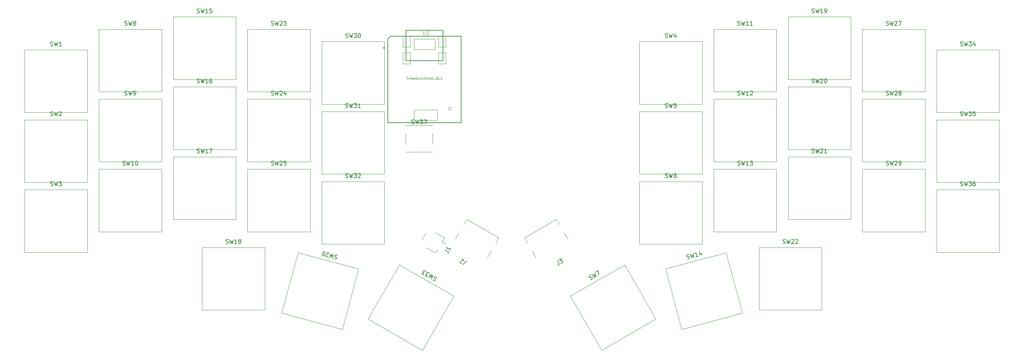
<source format=gbr>
%TF.GenerationSoftware,KiCad,Pcbnew,(6.0.8-1)-1*%
%TF.CreationDate,2022-11-15T13:56:25-05:00*%
%TF.ProjectId,kb2,6b62322e-6b69-4636-9164-5f7063625858,rev?*%
%TF.SameCoordinates,Original*%
%TF.FileFunction,Legend,Top*%
%TF.FilePolarity,Positive*%
%FSLAX46Y46*%
G04 Gerber Fmt 4.6, Leading zero omitted, Abs format (unit mm)*
G04 Created by KiCad (PCBNEW (6.0.8-1)-1) date 2022-11-15 13:56:25*
%MOMM*%
%LPD*%
G01*
G04 APERTURE LIST*
%ADD10C,0.150000*%
%ADD11C,0.101600*%
%ADD12C,0.076200*%
%ADD13C,0.120000*%
%ADD14C,0.066040*%
%ADD15C,0.127000*%
%ADD16C,0.254000*%
G04 APERTURE END LIST*
D10*
%TO.C,*%
%TO.C,SW13*%
X210190476Y-90404761D02*
X210333333Y-90452380D01*
X210571428Y-90452380D01*
X210666666Y-90404761D01*
X210714285Y-90357142D01*
X210761904Y-90261904D01*
X210761904Y-90166666D01*
X210714285Y-90071428D01*
X210666666Y-90023809D01*
X210571428Y-89976190D01*
X210380952Y-89928571D01*
X210285714Y-89880952D01*
X210238095Y-89833333D01*
X210190476Y-89738095D01*
X210190476Y-89642857D01*
X210238095Y-89547619D01*
X210285714Y-89500000D01*
X210380952Y-89452380D01*
X210619047Y-89452380D01*
X210761904Y-89500000D01*
X211095238Y-89452380D02*
X211333333Y-90452380D01*
X211523809Y-89738095D01*
X211714285Y-90452380D01*
X211952380Y-89452380D01*
X212857142Y-90452380D02*
X212285714Y-90452380D01*
X212571428Y-90452380D02*
X212571428Y-89452380D01*
X212476190Y-89595238D01*
X212380952Y-89690476D01*
X212285714Y-89738095D01*
X213190476Y-89452380D02*
X213809523Y-89452380D01*
X213476190Y-89833333D01*
X213619047Y-89833333D01*
X213714285Y-89880952D01*
X213761904Y-89928571D01*
X213809523Y-90023809D01*
X213809523Y-90261904D01*
X213761904Y-90357142D01*
X213714285Y-90404761D01*
X213619047Y-90452380D01*
X213333333Y-90452380D01*
X213238095Y-90404761D01*
X213190476Y-90357142D01*
%TO.C,SW25*%
X97190476Y-90404761D02*
X97333333Y-90452380D01*
X97571428Y-90452380D01*
X97666666Y-90404761D01*
X97714285Y-90357142D01*
X97761904Y-90261904D01*
X97761904Y-90166666D01*
X97714285Y-90071428D01*
X97666666Y-90023809D01*
X97571428Y-89976190D01*
X97380952Y-89928571D01*
X97285714Y-89880952D01*
X97238095Y-89833333D01*
X97190476Y-89738095D01*
X97190476Y-89642857D01*
X97238095Y-89547619D01*
X97285714Y-89500000D01*
X97380952Y-89452380D01*
X97619047Y-89452380D01*
X97761904Y-89500000D01*
X98095238Y-89452380D02*
X98333333Y-90452380D01*
X98523809Y-89738095D01*
X98714285Y-90452380D01*
X98952380Y-89452380D01*
X99285714Y-89547619D02*
X99333333Y-89500000D01*
X99428571Y-89452380D01*
X99666666Y-89452380D01*
X99761904Y-89500000D01*
X99809523Y-89547619D01*
X99857142Y-89642857D01*
X99857142Y-89738095D01*
X99809523Y-89880952D01*
X99238095Y-90452380D01*
X99857142Y-90452380D01*
X100761904Y-89452380D02*
X100285714Y-89452380D01*
X100238095Y-89928571D01*
X100285714Y-89880952D01*
X100380952Y-89833333D01*
X100619047Y-89833333D01*
X100714285Y-89880952D01*
X100761904Y-89928571D01*
X100809523Y-90023809D01*
X100809523Y-90261904D01*
X100761904Y-90357142D01*
X100714285Y-90404761D01*
X100619047Y-90452380D01*
X100380952Y-90452380D01*
X100285714Y-90404761D01*
X100238095Y-90357142D01*
%TO.C,SW17*%
X79190476Y-87404761D02*
X79333333Y-87452380D01*
X79571428Y-87452380D01*
X79666666Y-87404761D01*
X79714285Y-87357142D01*
X79761904Y-87261904D01*
X79761904Y-87166666D01*
X79714285Y-87071428D01*
X79666666Y-87023809D01*
X79571428Y-86976190D01*
X79380952Y-86928571D01*
X79285714Y-86880952D01*
X79238095Y-86833333D01*
X79190476Y-86738095D01*
X79190476Y-86642857D01*
X79238095Y-86547619D01*
X79285714Y-86500000D01*
X79380952Y-86452380D01*
X79619047Y-86452380D01*
X79761904Y-86500000D01*
X80095238Y-86452380D02*
X80333333Y-87452380D01*
X80523809Y-86738095D01*
X80714285Y-87452380D01*
X80952380Y-86452380D01*
X81857142Y-87452380D02*
X81285714Y-87452380D01*
X81571428Y-87452380D02*
X81571428Y-86452380D01*
X81476190Y-86595238D01*
X81380952Y-86690476D01*
X81285714Y-86738095D01*
X82190476Y-86452380D02*
X82857142Y-86452380D01*
X82428571Y-87452380D01*
%TO.C,*%
%TO.C,SW23*%
X97190476Y-56404761D02*
X97333333Y-56452380D01*
X97571428Y-56452380D01*
X97666666Y-56404761D01*
X97714285Y-56357142D01*
X97761904Y-56261904D01*
X97761904Y-56166666D01*
X97714285Y-56071428D01*
X97666666Y-56023809D01*
X97571428Y-55976190D01*
X97380952Y-55928571D01*
X97285714Y-55880952D01*
X97238095Y-55833333D01*
X97190476Y-55738095D01*
X97190476Y-55642857D01*
X97238095Y-55547619D01*
X97285714Y-55500000D01*
X97380952Y-55452380D01*
X97619047Y-55452380D01*
X97761904Y-55500000D01*
X98095238Y-55452380D02*
X98333333Y-56452380D01*
X98523809Y-55738095D01*
X98714285Y-56452380D01*
X98952380Y-55452380D01*
X99285714Y-55547619D02*
X99333333Y-55500000D01*
X99428571Y-55452380D01*
X99666666Y-55452380D01*
X99761904Y-55500000D01*
X99809523Y-55547619D01*
X99857142Y-55642857D01*
X99857142Y-55738095D01*
X99809523Y-55880952D01*
X99238095Y-56452380D01*
X99857142Y-56452380D01*
X100190476Y-55452380D02*
X100809523Y-55452380D01*
X100476190Y-55833333D01*
X100619047Y-55833333D01*
X100714285Y-55880952D01*
X100761904Y-55928571D01*
X100809523Y-56023809D01*
X100809523Y-56261904D01*
X100761904Y-56357142D01*
X100714285Y-56404761D01*
X100619047Y-56452380D01*
X100333333Y-56452380D01*
X100238095Y-56404761D01*
X100190476Y-56357142D01*
%TO.C,*%
%TO.C,J2*%
X143724865Y-114607314D02*
X144082008Y-113988725D01*
X144194676Y-113888816D01*
X144324774Y-113853957D01*
X144472301Y-113884146D01*
X144554780Y-113931765D01*
X143401330Y-114310550D02*
X143336282Y-114327980D01*
X143229993Y-114321600D01*
X143023797Y-114202552D01*
X142965128Y-114113694D01*
X142947698Y-114048645D01*
X142954078Y-113942357D01*
X143001697Y-113859878D01*
X143114365Y-113759970D01*
X143894951Y-113550813D01*
X143358840Y-113241289D01*
%TO.C,*%
%TO.C,SW21*%
X228190476Y-87404761D02*
X228333333Y-87452380D01*
X228571428Y-87452380D01*
X228666666Y-87404761D01*
X228714285Y-87357142D01*
X228761904Y-87261904D01*
X228761904Y-87166666D01*
X228714285Y-87071428D01*
X228666666Y-87023809D01*
X228571428Y-86976190D01*
X228380952Y-86928571D01*
X228285714Y-86880952D01*
X228238095Y-86833333D01*
X228190476Y-86738095D01*
X228190476Y-86642857D01*
X228238095Y-86547619D01*
X228285714Y-86500000D01*
X228380952Y-86452380D01*
X228619047Y-86452380D01*
X228761904Y-86500000D01*
X229095238Y-86452380D02*
X229333333Y-87452380D01*
X229523809Y-86738095D01*
X229714285Y-87452380D01*
X229952380Y-86452380D01*
X230285714Y-86547619D02*
X230333333Y-86500000D01*
X230428571Y-86452380D01*
X230666666Y-86452380D01*
X230761904Y-86500000D01*
X230809523Y-86547619D01*
X230857142Y-86642857D01*
X230857142Y-86738095D01*
X230809523Y-86880952D01*
X230238095Y-87452380D01*
X230857142Y-87452380D01*
X231809523Y-87452380D02*
X231238095Y-87452380D01*
X231523809Y-87452380D02*
X231523809Y-86452380D01*
X231428571Y-86595238D01*
X231333333Y-86690476D01*
X231238095Y-86738095D01*
%TO.C,*%
%TO.C,SW19*%
X228190476Y-53404761D02*
X228333333Y-53452380D01*
X228571428Y-53452380D01*
X228666666Y-53404761D01*
X228714285Y-53357142D01*
X228761904Y-53261904D01*
X228761904Y-53166666D01*
X228714285Y-53071428D01*
X228666666Y-53023809D01*
X228571428Y-52976190D01*
X228380952Y-52928571D01*
X228285714Y-52880952D01*
X228238095Y-52833333D01*
X228190476Y-52738095D01*
X228190476Y-52642857D01*
X228238095Y-52547619D01*
X228285714Y-52500000D01*
X228380952Y-52452380D01*
X228619047Y-52452380D01*
X228761904Y-52500000D01*
X229095238Y-52452380D02*
X229333333Y-53452380D01*
X229523809Y-52738095D01*
X229714285Y-53452380D01*
X229952380Y-52452380D01*
X230857142Y-53452380D02*
X230285714Y-53452380D01*
X230571428Y-53452380D02*
X230571428Y-52452380D01*
X230476190Y-52595238D01*
X230380952Y-52690476D01*
X230285714Y-52738095D01*
X231333333Y-53452380D02*
X231523809Y-53452380D01*
X231619047Y-53404761D01*
X231666666Y-53357142D01*
X231761904Y-53214285D01*
X231809523Y-53023809D01*
X231809523Y-52642857D01*
X231761904Y-52547619D01*
X231714285Y-52500000D01*
X231619047Y-52452380D01*
X231428571Y-52452380D01*
X231333333Y-52500000D01*
X231285714Y-52547619D01*
X231238095Y-52642857D01*
X231238095Y-52880952D01*
X231285714Y-52976190D01*
X231333333Y-53023809D01*
X231428571Y-53071428D01*
X231619047Y-53071428D01*
X231714285Y-53023809D01*
X231761904Y-52976190D01*
X231809523Y-52880952D01*
%TO.C,*%
%TO.C,SW34*%
X264190476Y-61404761D02*
X264333333Y-61452380D01*
X264571428Y-61452380D01*
X264666666Y-61404761D01*
X264714285Y-61357142D01*
X264761904Y-61261904D01*
X264761904Y-61166666D01*
X264714285Y-61071428D01*
X264666666Y-61023809D01*
X264571428Y-60976190D01*
X264380952Y-60928571D01*
X264285714Y-60880952D01*
X264238095Y-60833333D01*
X264190476Y-60738095D01*
X264190476Y-60642857D01*
X264238095Y-60547619D01*
X264285714Y-60500000D01*
X264380952Y-60452380D01*
X264619047Y-60452380D01*
X264761904Y-60500000D01*
X265095238Y-60452380D02*
X265333333Y-61452380D01*
X265523809Y-60738095D01*
X265714285Y-61452380D01*
X265952380Y-60452380D01*
X266238095Y-60452380D02*
X266857142Y-60452380D01*
X266523809Y-60833333D01*
X266666666Y-60833333D01*
X266761904Y-60880952D01*
X266809523Y-60928571D01*
X266857142Y-61023809D01*
X266857142Y-61261904D01*
X266809523Y-61357142D01*
X266761904Y-61404761D01*
X266666666Y-61452380D01*
X266380952Y-61452380D01*
X266285714Y-61404761D01*
X266238095Y-61357142D01*
X267714285Y-60785714D02*
X267714285Y-61452380D01*
X267476190Y-60404761D02*
X267238095Y-61119047D01*
X267857142Y-61119047D01*
%TO.C,*%
%TO.C,SW35*%
X264190476Y-78404761D02*
X264333333Y-78452380D01*
X264571428Y-78452380D01*
X264666666Y-78404761D01*
X264714285Y-78357142D01*
X264761904Y-78261904D01*
X264761904Y-78166666D01*
X264714285Y-78071428D01*
X264666666Y-78023809D01*
X264571428Y-77976190D01*
X264380952Y-77928571D01*
X264285714Y-77880952D01*
X264238095Y-77833333D01*
X264190476Y-77738095D01*
X264190476Y-77642857D01*
X264238095Y-77547619D01*
X264285714Y-77500000D01*
X264380952Y-77452380D01*
X264619047Y-77452380D01*
X264761904Y-77500000D01*
X265095238Y-77452380D02*
X265333333Y-78452380D01*
X265523809Y-77738095D01*
X265714285Y-78452380D01*
X265952380Y-77452380D01*
X266238095Y-77452380D02*
X266857142Y-77452380D01*
X266523809Y-77833333D01*
X266666666Y-77833333D01*
X266761904Y-77880952D01*
X266809523Y-77928571D01*
X266857142Y-78023809D01*
X266857142Y-78261904D01*
X266809523Y-78357142D01*
X266761904Y-78404761D01*
X266666666Y-78452380D01*
X266380952Y-78452380D01*
X266285714Y-78404761D01*
X266238095Y-78357142D01*
X267761904Y-77452380D02*
X267285714Y-77452380D01*
X267238095Y-77928571D01*
X267285714Y-77880952D01*
X267380952Y-77833333D01*
X267619047Y-77833333D01*
X267714285Y-77880952D01*
X267761904Y-77928571D01*
X267809523Y-78023809D01*
X267809523Y-78261904D01*
X267761904Y-78357142D01*
X267714285Y-78404761D01*
X267619047Y-78452380D01*
X267380952Y-78452380D01*
X267285714Y-78404761D01*
X267238095Y-78357142D01*
%TO.C,SW29*%
X246190476Y-90404761D02*
X246333333Y-90452380D01*
X246571428Y-90452380D01*
X246666666Y-90404761D01*
X246714285Y-90357142D01*
X246761904Y-90261904D01*
X246761904Y-90166666D01*
X246714285Y-90071428D01*
X246666666Y-90023809D01*
X246571428Y-89976190D01*
X246380952Y-89928571D01*
X246285714Y-89880952D01*
X246238095Y-89833333D01*
X246190476Y-89738095D01*
X246190476Y-89642857D01*
X246238095Y-89547619D01*
X246285714Y-89500000D01*
X246380952Y-89452380D01*
X246619047Y-89452380D01*
X246761904Y-89500000D01*
X247095238Y-89452380D02*
X247333333Y-90452380D01*
X247523809Y-89738095D01*
X247714285Y-90452380D01*
X247952380Y-89452380D01*
X248285714Y-89547619D02*
X248333333Y-89500000D01*
X248428571Y-89452380D01*
X248666666Y-89452380D01*
X248761904Y-89500000D01*
X248809523Y-89547619D01*
X248857142Y-89642857D01*
X248857142Y-89738095D01*
X248809523Y-89880952D01*
X248238095Y-90452380D01*
X248857142Y-90452380D01*
X249333333Y-90452380D02*
X249523809Y-90452380D01*
X249619047Y-90404761D01*
X249666666Y-90357142D01*
X249761904Y-90214285D01*
X249809523Y-90023809D01*
X249809523Y-89642857D01*
X249761904Y-89547619D01*
X249714285Y-89500000D01*
X249619047Y-89452380D01*
X249428571Y-89452380D01*
X249333333Y-89500000D01*
X249285714Y-89547619D01*
X249238095Y-89642857D01*
X249238095Y-89880952D01*
X249285714Y-89976190D01*
X249333333Y-90023809D01*
X249428571Y-90071428D01*
X249619047Y-90071428D01*
X249714285Y-90023809D01*
X249761904Y-89976190D01*
X249809523Y-89880952D01*
%TO.C,SW7*%
X174547680Y-118222971D02*
X174695207Y-118192782D01*
X174901404Y-118073734D01*
X174960073Y-117984876D01*
X174977503Y-117919827D01*
X174971123Y-117813539D01*
X174923504Y-117731060D01*
X174834646Y-117672391D01*
X174769597Y-117654962D01*
X174663309Y-117661341D01*
X174474542Y-117715340D01*
X174368254Y-117721720D01*
X174303205Y-117704290D01*
X174214347Y-117645621D01*
X174166728Y-117563142D01*
X174160348Y-117456854D01*
X174177778Y-117391805D01*
X174236447Y-117302947D01*
X174442643Y-117183899D01*
X174590171Y-117153710D01*
X174855036Y-116945804D02*
X175561233Y-117692782D01*
X175369047Y-116978954D01*
X175891147Y-117502306D01*
X175597344Y-116517233D01*
X175844780Y-116374376D02*
X176422130Y-116041042D01*
X176550976Y-117121353D01*
%TO.C,SW22*%
X221190476Y-109404761D02*
X221333333Y-109452380D01*
X221571428Y-109452380D01*
X221666666Y-109404761D01*
X221714285Y-109357142D01*
X221761904Y-109261904D01*
X221761904Y-109166666D01*
X221714285Y-109071428D01*
X221666666Y-109023809D01*
X221571428Y-108976190D01*
X221380952Y-108928571D01*
X221285714Y-108880952D01*
X221238095Y-108833333D01*
X221190476Y-108738095D01*
X221190476Y-108642857D01*
X221238095Y-108547619D01*
X221285714Y-108500000D01*
X221380952Y-108452380D01*
X221619047Y-108452380D01*
X221761904Y-108500000D01*
X222095238Y-108452380D02*
X222333333Y-109452380D01*
X222523809Y-108738095D01*
X222714285Y-109452380D01*
X222952380Y-108452380D01*
X223285714Y-108547619D02*
X223333333Y-108500000D01*
X223428571Y-108452380D01*
X223666666Y-108452380D01*
X223761904Y-108500000D01*
X223809523Y-108547619D01*
X223857142Y-108642857D01*
X223857142Y-108738095D01*
X223809523Y-108880952D01*
X223238095Y-109452380D01*
X223857142Y-109452380D01*
X224238095Y-108547619D02*
X224285714Y-108500000D01*
X224380952Y-108452380D01*
X224619047Y-108452380D01*
X224714285Y-108500000D01*
X224761904Y-108547619D01*
X224809523Y-108642857D01*
X224809523Y-108738095D01*
X224761904Y-108880952D01*
X224190476Y-109452380D01*
X224809523Y-109452380D01*
%TO.C,*%
%TO.C,SW2*%
X43666666Y-78404761D02*
X43809523Y-78452380D01*
X44047619Y-78452380D01*
X44142857Y-78404761D01*
X44190476Y-78357142D01*
X44238095Y-78261904D01*
X44238095Y-78166666D01*
X44190476Y-78071428D01*
X44142857Y-78023809D01*
X44047619Y-77976190D01*
X43857142Y-77928571D01*
X43761904Y-77880952D01*
X43714285Y-77833333D01*
X43666666Y-77738095D01*
X43666666Y-77642857D01*
X43714285Y-77547619D01*
X43761904Y-77500000D01*
X43857142Y-77452380D01*
X44095238Y-77452380D01*
X44238095Y-77500000D01*
X44571428Y-77452380D02*
X44809523Y-78452380D01*
X45000000Y-77738095D01*
X45190476Y-78452380D01*
X45428571Y-77452380D01*
X45761904Y-77547619D02*
X45809523Y-77500000D01*
X45904761Y-77452380D01*
X46142857Y-77452380D01*
X46238095Y-77500000D01*
X46285714Y-77547619D01*
X46333333Y-77642857D01*
X46333333Y-77738095D01*
X46285714Y-77880952D01*
X45714285Y-78452380D01*
X46333333Y-78452380D01*
%TO.C,*%
%TO.C,SW10*%
X61190476Y-90404761D02*
X61333333Y-90452380D01*
X61571428Y-90452380D01*
X61666666Y-90404761D01*
X61714285Y-90357142D01*
X61761904Y-90261904D01*
X61761904Y-90166666D01*
X61714285Y-90071428D01*
X61666666Y-90023809D01*
X61571428Y-89976190D01*
X61380952Y-89928571D01*
X61285714Y-89880952D01*
X61238095Y-89833333D01*
X61190476Y-89738095D01*
X61190476Y-89642857D01*
X61238095Y-89547619D01*
X61285714Y-89500000D01*
X61380952Y-89452380D01*
X61619047Y-89452380D01*
X61761904Y-89500000D01*
X62095238Y-89452380D02*
X62333333Y-90452380D01*
X62523809Y-89738095D01*
X62714285Y-90452380D01*
X62952380Y-89452380D01*
X63857142Y-90452380D02*
X63285714Y-90452380D01*
X63571428Y-90452380D02*
X63571428Y-89452380D01*
X63476190Y-89595238D01*
X63380952Y-89690476D01*
X63285714Y-89738095D01*
X64476190Y-89452380D02*
X64571428Y-89452380D01*
X64666666Y-89500000D01*
X64714285Y-89547619D01*
X64761904Y-89642857D01*
X64809523Y-89833333D01*
X64809523Y-90071428D01*
X64761904Y-90261904D01*
X64714285Y-90357142D01*
X64666666Y-90404761D01*
X64571428Y-90452380D01*
X64476190Y-90452380D01*
X64380952Y-90404761D01*
X64333333Y-90357142D01*
X64285714Y-90261904D01*
X64238095Y-90071428D01*
X64238095Y-89833333D01*
X64285714Y-89642857D01*
X64333333Y-89547619D01*
X64380952Y-89500000D01*
X64476190Y-89452380D01*
%TO.C,SW32*%
X115190476Y-93404761D02*
X115333333Y-93452380D01*
X115571428Y-93452380D01*
X115666666Y-93404761D01*
X115714285Y-93357142D01*
X115761904Y-93261904D01*
X115761904Y-93166666D01*
X115714285Y-93071428D01*
X115666666Y-93023809D01*
X115571428Y-92976190D01*
X115380952Y-92928571D01*
X115285714Y-92880952D01*
X115238095Y-92833333D01*
X115190476Y-92738095D01*
X115190476Y-92642857D01*
X115238095Y-92547619D01*
X115285714Y-92500000D01*
X115380952Y-92452380D01*
X115619047Y-92452380D01*
X115761904Y-92500000D01*
X116095238Y-92452380D02*
X116333333Y-93452380D01*
X116523809Y-92738095D01*
X116714285Y-93452380D01*
X116952380Y-92452380D01*
X117238095Y-92452380D02*
X117857142Y-92452380D01*
X117523809Y-92833333D01*
X117666666Y-92833333D01*
X117761904Y-92880952D01*
X117809523Y-92928571D01*
X117857142Y-93023809D01*
X117857142Y-93261904D01*
X117809523Y-93357142D01*
X117761904Y-93404761D01*
X117666666Y-93452380D01*
X117380952Y-93452380D01*
X117285714Y-93404761D01*
X117238095Y-93357142D01*
X118238095Y-92547619D02*
X118285714Y-92500000D01*
X118380952Y-92452380D01*
X118619047Y-92452380D01*
X118714285Y-92500000D01*
X118761904Y-92547619D01*
X118809523Y-92642857D01*
X118809523Y-92738095D01*
X118761904Y-92880952D01*
X118190476Y-93452380D01*
X118809523Y-93452380D01*
%TO.C,*%
%TO.C,SW37*%
X131190476Y-80354761D02*
X131333333Y-80402380D01*
X131571428Y-80402380D01*
X131666666Y-80354761D01*
X131714285Y-80307142D01*
X131761904Y-80211904D01*
X131761904Y-80116666D01*
X131714285Y-80021428D01*
X131666666Y-79973809D01*
X131571428Y-79926190D01*
X131380952Y-79878571D01*
X131285714Y-79830952D01*
X131238095Y-79783333D01*
X131190476Y-79688095D01*
X131190476Y-79592857D01*
X131238095Y-79497619D01*
X131285714Y-79450000D01*
X131380952Y-79402380D01*
X131619047Y-79402380D01*
X131761904Y-79450000D01*
X132095238Y-79402380D02*
X132333333Y-80402380D01*
X132523809Y-79688095D01*
X132714285Y-80402380D01*
X132952380Y-79402380D01*
X133238095Y-79402380D02*
X133857142Y-79402380D01*
X133523809Y-79783333D01*
X133666666Y-79783333D01*
X133761904Y-79830952D01*
X133809523Y-79878571D01*
X133857142Y-79973809D01*
X133857142Y-80211904D01*
X133809523Y-80307142D01*
X133761904Y-80354761D01*
X133666666Y-80402380D01*
X133380952Y-80402380D01*
X133285714Y-80354761D01*
X133238095Y-80307142D01*
X134190476Y-79402380D02*
X134857142Y-79402380D01*
X134428571Y-80402380D01*
%TO.C,*%
%TO.C,SW31*%
X115190476Y-76404761D02*
X115333333Y-76452380D01*
X115571428Y-76452380D01*
X115666666Y-76404761D01*
X115714285Y-76357142D01*
X115761904Y-76261904D01*
X115761904Y-76166666D01*
X115714285Y-76071428D01*
X115666666Y-76023809D01*
X115571428Y-75976190D01*
X115380952Y-75928571D01*
X115285714Y-75880952D01*
X115238095Y-75833333D01*
X115190476Y-75738095D01*
X115190476Y-75642857D01*
X115238095Y-75547619D01*
X115285714Y-75500000D01*
X115380952Y-75452380D01*
X115619047Y-75452380D01*
X115761904Y-75500000D01*
X116095238Y-75452380D02*
X116333333Y-76452380D01*
X116523809Y-75738095D01*
X116714285Y-76452380D01*
X116952380Y-75452380D01*
X117238095Y-75452380D02*
X117857142Y-75452380D01*
X117523809Y-75833333D01*
X117666666Y-75833333D01*
X117761904Y-75880952D01*
X117809523Y-75928571D01*
X117857142Y-76023809D01*
X117857142Y-76261904D01*
X117809523Y-76357142D01*
X117761904Y-76404761D01*
X117666666Y-76452380D01*
X117380952Y-76452380D01*
X117285714Y-76404761D01*
X117238095Y-76357142D01*
X118809523Y-76452380D02*
X118238095Y-76452380D01*
X118523809Y-76452380D02*
X118523809Y-75452380D01*
X118428571Y-75595238D01*
X118333333Y-75690476D01*
X118238095Y-75738095D01*
%TO.C,SW14*%
X198027523Y-113165977D02*
X198177837Y-113174999D01*
X198407819Y-113113375D01*
X198487487Y-113042730D01*
X198521159Y-112984408D01*
X198542506Y-112880091D01*
X198517857Y-112788098D01*
X198447211Y-112708430D01*
X198388890Y-112674758D01*
X198284572Y-112653411D01*
X198088262Y-112656713D01*
X197983944Y-112635366D01*
X197925623Y-112601694D01*
X197854977Y-112522026D01*
X197830327Y-112430033D01*
X197851674Y-112325716D01*
X197885346Y-112267394D01*
X197965014Y-112196748D01*
X198194997Y-112135125D01*
X198345311Y-112144147D01*
X198654961Y-112011878D02*
X199143763Y-112916180D01*
X199142878Y-112176934D01*
X199511734Y-112817582D01*
X199482898Y-111790033D01*
X200615650Y-112521789D02*
X200063692Y-112669686D01*
X200339671Y-112595737D02*
X200080852Y-111629812D01*
X200025833Y-111792450D01*
X199958490Y-111909093D01*
X199878821Y-111979739D01*
X201271040Y-111655994D02*
X201443586Y-112299944D01*
X200942460Y-111349645D02*
X200897348Y-112101216D01*
X201495303Y-111940995D01*
%TO.C,SW15*%
X79190476Y-53404761D02*
X79333333Y-53452380D01*
X79571428Y-53452380D01*
X79666666Y-53404761D01*
X79714285Y-53357142D01*
X79761904Y-53261904D01*
X79761904Y-53166666D01*
X79714285Y-53071428D01*
X79666666Y-53023809D01*
X79571428Y-52976190D01*
X79380952Y-52928571D01*
X79285714Y-52880952D01*
X79238095Y-52833333D01*
X79190476Y-52738095D01*
X79190476Y-52642857D01*
X79238095Y-52547619D01*
X79285714Y-52500000D01*
X79380952Y-52452380D01*
X79619047Y-52452380D01*
X79761904Y-52500000D01*
X80095238Y-52452380D02*
X80333333Y-53452380D01*
X80523809Y-52738095D01*
X80714285Y-53452380D01*
X80952380Y-52452380D01*
X81857142Y-53452380D02*
X81285714Y-53452380D01*
X81571428Y-53452380D02*
X81571428Y-52452380D01*
X81476190Y-52595238D01*
X81380952Y-52690476D01*
X81285714Y-52738095D01*
X82761904Y-52452380D02*
X82285714Y-52452380D01*
X82238095Y-52928571D01*
X82285714Y-52880952D01*
X82380952Y-52833333D01*
X82619047Y-52833333D01*
X82714285Y-52880952D01*
X82761904Y-52928571D01*
X82809523Y-53023809D01*
X82809523Y-53261904D01*
X82761904Y-53357142D01*
X82714285Y-53404761D01*
X82619047Y-53452380D01*
X82380952Y-53452380D01*
X82285714Y-53404761D01*
X82238095Y-53357142D01*
%TO.C,*%
%TO.C,SW28*%
X246190476Y-73404761D02*
X246333333Y-73452380D01*
X246571428Y-73452380D01*
X246666666Y-73404761D01*
X246714285Y-73357142D01*
X246761904Y-73261904D01*
X246761904Y-73166666D01*
X246714285Y-73071428D01*
X246666666Y-73023809D01*
X246571428Y-72976190D01*
X246380952Y-72928571D01*
X246285714Y-72880952D01*
X246238095Y-72833333D01*
X246190476Y-72738095D01*
X246190476Y-72642857D01*
X246238095Y-72547619D01*
X246285714Y-72500000D01*
X246380952Y-72452380D01*
X246619047Y-72452380D01*
X246761904Y-72500000D01*
X247095238Y-72452380D02*
X247333333Y-73452380D01*
X247523809Y-72738095D01*
X247714285Y-73452380D01*
X247952380Y-72452380D01*
X248285714Y-72547619D02*
X248333333Y-72500000D01*
X248428571Y-72452380D01*
X248666666Y-72452380D01*
X248761904Y-72500000D01*
X248809523Y-72547619D01*
X248857142Y-72642857D01*
X248857142Y-72738095D01*
X248809523Y-72880952D01*
X248238095Y-73452380D01*
X248857142Y-73452380D01*
X249428571Y-72880952D02*
X249333333Y-72833333D01*
X249285714Y-72785714D01*
X249238095Y-72690476D01*
X249238095Y-72642857D01*
X249285714Y-72547619D01*
X249333333Y-72500000D01*
X249428571Y-72452380D01*
X249619047Y-72452380D01*
X249714285Y-72500000D01*
X249761904Y-72547619D01*
X249809523Y-72642857D01*
X249809523Y-72690476D01*
X249761904Y-72785714D01*
X249714285Y-72833333D01*
X249619047Y-72880952D01*
X249428571Y-72880952D01*
X249333333Y-72928571D01*
X249285714Y-72976190D01*
X249238095Y-73071428D01*
X249238095Y-73261904D01*
X249285714Y-73357142D01*
X249333333Y-73404761D01*
X249428571Y-73452380D01*
X249619047Y-73452380D01*
X249714285Y-73404761D01*
X249761904Y-73357142D01*
X249809523Y-73261904D01*
X249809523Y-73071428D01*
X249761904Y-72976190D01*
X249714285Y-72928571D01*
X249619047Y-72880952D01*
%TO.C,*%
%TO.C,SW20*%
X228190476Y-70404761D02*
X228333333Y-70452380D01*
X228571428Y-70452380D01*
X228666666Y-70404761D01*
X228714285Y-70357142D01*
X228761904Y-70261904D01*
X228761904Y-70166666D01*
X228714285Y-70071428D01*
X228666666Y-70023809D01*
X228571428Y-69976190D01*
X228380952Y-69928571D01*
X228285714Y-69880952D01*
X228238095Y-69833333D01*
X228190476Y-69738095D01*
X228190476Y-69642857D01*
X228238095Y-69547619D01*
X228285714Y-69500000D01*
X228380952Y-69452380D01*
X228619047Y-69452380D01*
X228761904Y-69500000D01*
X229095238Y-69452380D02*
X229333333Y-70452380D01*
X229523809Y-69738095D01*
X229714285Y-70452380D01*
X229952380Y-69452380D01*
X230285714Y-69547619D02*
X230333333Y-69500000D01*
X230428571Y-69452380D01*
X230666666Y-69452380D01*
X230761904Y-69500000D01*
X230809523Y-69547619D01*
X230857142Y-69642857D01*
X230857142Y-69738095D01*
X230809523Y-69880952D01*
X230238095Y-70452380D01*
X230857142Y-70452380D01*
X231476190Y-69452380D02*
X231571428Y-69452380D01*
X231666666Y-69500000D01*
X231714285Y-69547619D01*
X231761904Y-69642857D01*
X231809523Y-69833333D01*
X231809523Y-70071428D01*
X231761904Y-70261904D01*
X231714285Y-70357142D01*
X231666666Y-70404761D01*
X231571428Y-70452380D01*
X231476190Y-70452380D01*
X231380952Y-70404761D01*
X231333333Y-70357142D01*
X231285714Y-70261904D01*
X231238095Y-70071428D01*
X231238095Y-69833333D01*
X231285714Y-69642857D01*
X231333333Y-69547619D01*
X231380952Y-69500000D01*
X231476190Y-69452380D01*
%TO.C,*%
%TO.C,SW3*%
X43666666Y-95404761D02*
X43809523Y-95452380D01*
X44047619Y-95452380D01*
X44142857Y-95404761D01*
X44190476Y-95357142D01*
X44238095Y-95261904D01*
X44238095Y-95166666D01*
X44190476Y-95071428D01*
X44142857Y-95023809D01*
X44047619Y-94976190D01*
X43857142Y-94928571D01*
X43761904Y-94880952D01*
X43714285Y-94833333D01*
X43666666Y-94738095D01*
X43666666Y-94642857D01*
X43714285Y-94547619D01*
X43761904Y-94500000D01*
X43857142Y-94452380D01*
X44095238Y-94452380D01*
X44238095Y-94500000D01*
X44571428Y-94452380D02*
X44809523Y-95452380D01*
X45000000Y-94738095D01*
X45190476Y-95452380D01*
X45428571Y-94452380D01*
X45714285Y-94452380D02*
X46333333Y-94452380D01*
X46000000Y-94833333D01*
X46142857Y-94833333D01*
X46238095Y-94880952D01*
X46285714Y-94928571D01*
X46333333Y-95023809D01*
X46333333Y-95261904D01*
X46285714Y-95357142D01*
X46238095Y-95404761D01*
X46142857Y-95452380D01*
X45857142Y-95452380D01*
X45761904Y-95404761D01*
X45714285Y-95357142D01*
%TO.C,SW4*%
X192666666Y-59404761D02*
X192809523Y-59452380D01*
X193047619Y-59452380D01*
X193142857Y-59404761D01*
X193190476Y-59357142D01*
X193238095Y-59261904D01*
X193238095Y-59166666D01*
X193190476Y-59071428D01*
X193142857Y-59023809D01*
X193047619Y-58976190D01*
X192857142Y-58928571D01*
X192761904Y-58880952D01*
X192714285Y-58833333D01*
X192666666Y-58738095D01*
X192666666Y-58642857D01*
X192714285Y-58547619D01*
X192761904Y-58500000D01*
X192857142Y-58452380D01*
X193095238Y-58452380D01*
X193238095Y-58500000D01*
X193571428Y-58452380D02*
X193809523Y-59452380D01*
X194000000Y-58738095D01*
X194190476Y-59452380D01*
X194428571Y-58452380D01*
X195238095Y-58785714D02*
X195238095Y-59452380D01*
X195000000Y-58404761D02*
X194761904Y-59119047D01*
X195380952Y-59119047D01*
D11*
%TO.C,U1*%
X134042756Y-57850976D02*
X134042756Y-58570643D01*
X134085090Y-58655310D01*
X134127423Y-58697643D01*
X134212090Y-58739976D01*
X134381423Y-58739976D01*
X134466090Y-58697643D01*
X134508423Y-58655310D01*
X134550756Y-58570643D01*
X134550756Y-57850976D01*
X135439756Y-58739976D02*
X134931756Y-58739976D01*
X135185756Y-58739976D02*
X135185756Y-57850976D01*
X135101090Y-57977976D01*
X135016423Y-58062643D01*
X134931756Y-58104976D01*
D12*
X129993875Y-69570052D02*
X130080961Y-69599081D01*
X130226104Y-69599081D01*
X130284161Y-69570052D01*
X130313190Y-69541024D01*
X130342218Y-69482967D01*
X130342218Y-69424910D01*
X130313190Y-69366852D01*
X130284161Y-69337824D01*
X130226104Y-69308795D01*
X130109990Y-69279767D01*
X130051932Y-69250738D01*
X130022904Y-69221710D01*
X129993875Y-69163652D01*
X129993875Y-69105595D01*
X130022904Y-69047538D01*
X130051932Y-69018510D01*
X130109990Y-68989481D01*
X130255132Y-68989481D01*
X130342218Y-69018510D01*
X130835704Y-69570052D02*
X130777647Y-69599081D01*
X130661532Y-69599081D01*
X130603475Y-69570052D01*
X130574447Y-69511995D01*
X130574447Y-69279767D01*
X130603475Y-69221710D01*
X130661532Y-69192681D01*
X130777647Y-69192681D01*
X130835704Y-69221710D01*
X130864732Y-69279767D01*
X130864732Y-69337824D01*
X130574447Y-69395881D01*
X131358218Y-69570052D02*
X131300161Y-69599081D01*
X131184047Y-69599081D01*
X131125990Y-69570052D01*
X131096961Y-69511995D01*
X131096961Y-69279767D01*
X131125990Y-69221710D01*
X131184047Y-69192681D01*
X131300161Y-69192681D01*
X131358218Y-69221710D01*
X131387247Y-69279767D01*
X131387247Y-69337824D01*
X131096961Y-69395881D01*
X131880732Y-69570052D02*
X131822675Y-69599081D01*
X131706561Y-69599081D01*
X131648504Y-69570052D01*
X131619475Y-69511995D01*
X131619475Y-69279767D01*
X131648504Y-69221710D01*
X131706561Y-69192681D01*
X131822675Y-69192681D01*
X131880732Y-69221710D01*
X131909761Y-69279767D01*
X131909761Y-69337824D01*
X131619475Y-69395881D01*
X132432275Y-69599081D02*
X132432275Y-68989481D01*
X132432275Y-69570052D02*
X132374218Y-69599081D01*
X132258104Y-69599081D01*
X132200047Y-69570052D01*
X132171018Y-69541024D01*
X132141990Y-69482967D01*
X132141990Y-69308795D01*
X132171018Y-69250738D01*
X132200047Y-69221710D01*
X132258104Y-69192681D01*
X132374218Y-69192681D01*
X132432275Y-69221710D01*
X132983818Y-69192681D02*
X132983818Y-69599081D01*
X132722561Y-69192681D02*
X132722561Y-69511995D01*
X132751590Y-69570052D01*
X132809647Y-69599081D01*
X132896732Y-69599081D01*
X132954790Y-69570052D01*
X132983818Y-69541024D01*
X133274104Y-69599081D02*
X133274104Y-69192681D01*
X133274104Y-68989481D02*
X133245075Y-69018510D01*
X133274104Y-69047538D01*
X133303132Y-69018510D01*
X133274104Y-68989481D01*
X133274104Y-69047538D01*
X133564390Y-69192681D02*
X133564390Y-69599081D01*
X133564390Y-69250738D02*
X133593418Y-69221710D01*
X133651475Y-69192681D01*
X133738561Y-69192681D01*
X133796618Y-69221710D01*
X133825647Y-69279767D01*
X133825647Y-69599081D01*
X134203018Y-69599081D02*
X134144961Y-69570052D01*
X134115932Y-69541024D01*
X134086904Y-69482967D01*
X134086904Y-69308795D01*
X134115932Y-69250738D01*
X134144961Y-69221710D01*
X134203018Y-69192681D01*
X134290104Y-69192681D01*
X134348161Y-69221710D01*
X134377190Y-69250738D01*
X134406218Y-69308795D01*
X134406218Y-69482967D01*
X134377190Y-69541024D01*
X134348161Y-69570052D01*
X134290104Y-69599081D01*
X134203018Y-69599081D01*
X134609418Y-68989481D02*
X135015818Y-69599081D01*
X135015818Y-68989481D02*
X134609418Y-69599081D01*
X135248047Y-69599081D02*
X135248047Y-68989481D01*
X135509304Y-69424910D02*
X135799590Y-69424910D01*
X135451247Y-69599081D02*
X135654447Y-68989481D01*
X135857647Y-69599081D01*
X136176961Y-68989481D02*
X136293075Y-68989481D01*
X136351132Y-69018510D01*
X136409190Y-69076567D01*
X136438218Y-69192681D01*
X136438218Y-69395881D01*
X136409190Y-69511995D01*
X136351132Y-69570052D01*
X136293075Y-69599081D01*
X136176961Y-69599081D01*
X136118904Y-69570052D01*
X136060847Y-69511995D01*
X136031818Y-69395881D01*
X136031818Y-69192681D01*
X136060847Y-69076567D01*
X136118904Y-69018510D01*
X136176961Y-68989481D01*
X136554332Y-69657138D02*
X137018790Y-69657138D01*
X137367132Y-69279767D02*
X137454218Y-69308795D01*
X137483247Y-69337824D01*
X137512275Y-69395881D01*
X137512275Y-69482967D01*
X137483247Y-69541024D01*
X137454218Y-69570052D01*
X137396161Y-69599081D01*
X137163932Y-69599081D01*
X137163932Y-68989481D01*
X137367132Y-68989481D01*
X137425190Y-69018510D01*
X137454218Y-69047538D01*
X137483247Y-69105595D01*
X137483247Y-69163652D01*
X137454218Y-69221710D01*
X137425190Y-69250738D01*
X137367132Y-69279767D01*
X137163932Y-69279767D01*
X138063818Y-69599081D02*
X137773532Y-69599081D01*
X137773532Y-68989481D01*
X138267018Y-69279767D02*
X138470218Y-69279767D01*
X138557304Y-69599081D02*
X138267018Y-69599081D01*
X138267018Y-68989481D01*
X138557304Y-68989481D01*
D10*
%TO.C,*%
%TO.C,SW5*%
X192666666Y-76404761D02*
X192809523Y-76452380D01*
X193047619Y-76452380D01*
X193142857Y-76404761D01*
X193190476Y-76357142D01*
X193238095Y-76261904D01*
X193238095Y-76166666D01*
X193190476Y-76071428D01*
X193142857Y-76023809D01*
X193047619Y-75976190D01*
X192857142Y-75928571D01*
X192761904Y-75880952D01*
X192714285Y-75833333D01*
X192666666Y-75738095D01*
X192666666Y-75642857D01*
X192714285Y-75547619D01*
X192761904Y-75500000D01*
X192857142Y-75452380D01*
X193095238Y-75452380D01*
X193238095Y-75500000D01*
X193571428Y-75452380D02*
X193809523Y-76452380D01*
X194000000Y-75738095D01*
X194190476Y-76452380D01*
X194428571Y-75452380D01*
X195285714Y-75452380D02*
X194809523Y-75452380D01*
X194761904Y-75928571D01*
X194809523Y-75880952D01*
X194904761Y-75833333D01*
X195142857Y-75833333D01*
X195238095Y-75880952D01*
X195285714Y-75928571D01*
X195333333Y-76023809D01*
X195333333Y-76261904D01*
X195285714Y-76357142D01*
X195238095Y-76404761D01*
X195142857Y-76452380D01*
X194904761Y-76452380D01*
X194809523Y-76404761D01*
X194761904Y-76357142D01*
%TO.C,SW8*%
X61666666Y-56404761D02*
X61809523Y-56452380D01*
X62047619Y-56452380D01*
X62142857Y-56404761D01*
X62190476Y-56357142D01*
X62238095Y-56261904D01*
X62238095Y-56166666D01*
X62190476Y-56071428D01*
X62142857Y-56023809D01*
X62047619Y-55976190D01*
X61857142Y-55928571D01*
X61761904Y-55880952D01*
X61714285Y-55833333D01*
X61666666Y-55738095D01*
X61666666Y-55642857D01*
X61714285Y-55547619D01*
X61761904Y-55500000D01*
X61857142Y-55452380D01*
X62095238Y-55452380D01*
X62238095Y-55500000D01*
X62571428Y-55452380D02*
X62809523Y-56452380D01*
X63000000Y-55738095D01*
X63190476Y-56452380D01*
X63428571Y-55452380D01*
X63952380Y-55880952D02*
X63857142Y-55833333D01*
X63809523Y-55785714D01*
X63761904Y-55690476D01*
X63761904Y-55642857D01*
X63809523Y-55547619D01*
X63857142Y-55500000D01*
X63952380Y-55452380D01*
X64142857Y-55452380D01*
X64238095Y-55500000D01*
X64285714Y-55547619D01*
X64333333Y-55642857D01*
X64333333Y-55690476D01*
X64285714Y-55785714D01*
X64238095Y-55833333D01*
X64142857Y-55880952D01*
X63952380Y-55880952D01*
X63857142Y-55928571D01*
X63809523Y-55976190D01*
X63761904Y-56071428D01*
X63761904Y-56261904D01*
X63809523Y-56357142D01*
X63857142Y-56404761D01*
X63952380Y-56452380D01*
X64142857Y-56452380D01*
X64238095Y-56404761D01*
X64285714Y-56357142D01*
X64333333Y-56261904D01*
X64333333Y-56071428D01*
X64285714Y-55976190D01*
X64238095Y-55928571D01*
X64142857Y-55880952D01*
%TO.C,*%
%TO.C,SW1*%
X43666666Y-61404761D02*
X43809523Y-61452380D01*
X44047619Y-61452380D01*
X44142857Y-61404761D01*
X44190476Y-61357142D01*
X44238095Y-61261904D01*
X44238095Y-61166666D01*
X44190476Y-61071428D01*
X44142857Y-61023809D01*
X44047619Y-60976190D01*
X43857142Y-60928571D01*
X43761904Y-60880952D01*
X43714285Y-60833333D01*
X43666666Y-60738095D01*
X43666666Y-60642857D01*
X43714285Y-60547619D01*
X43761904Y-60500000D01*
X43857142Y-60452380D01*
X44095238Y-60452380D01*
X44238095Y-60500000D01*
X44571428Y-60452380D02*
X44809523Y-61452380D01*
X45000000Y-60738095D01*
X45190476Y-61452380D01*
X45428571Y-60452380D01*
X46333333Y-61452380D02*
X45761904Y-61452380D01*
X46047619Y-61452380D02*
X46047619Y-60452380D01*
X45952380Y-60595238D01*
X45857142Y-60690476D01*
X45761904Y-60738095D01*
%TO.C,SW9*%
X61666666Y-73404761D02*
X61809523Y-73452380D01*
X62047619Y-73452380D01*
X62142857Y-73404761D01*
X62190476Y-73357142D01*
X62238095Y-73261904D01*
X62238095Y-73166666D01*
X62190476Y-73071428D01*
X62142857Y-73023809D01*
X62047619Y-72976190D01*
X61857142Y-72928571D01*
X61761904Y-72880952D01*
X61714285Y-72833333D01*
X61666666Y-72738095D01*
X61666666Y-72642857D01*
X61714285Y-72547619D01*
X61761904Y-72500000D01*
X61857142Y-72452380D01*
X62095238Y-72452380D01*
X62238095Y-72500000D01*
X62571428Y-72452380D02*
X62809523Y-73452380D01*
X63000000Y-72738095D01*
X63190476Y-73452380D01*
X63428571Y-72452380D01*
X63857142Y-73452380D02*
X64047619Y-73452380D01*
X64142857Y-73404761D01*
X64190476Y-73357142D01*
X64285714Y-73214285D01*
X64333333Y-73023809D01*
X64333333Y-72642857D01*
X64285714Y-72547619D01*
X64238095Y-72500000D01*
X64142857Y-72452380D01*
X63952380Y-72452380D01*
X63857142Y-72500000D01*
X63809523Y-72547619D01*
X63761904Y-72642857D01*
X63761904Y-72880952D01*
X63809523Y-72976190D01*
X63857142Y-73023809D01*
X63952380Y-73071428D01*
X64142857Y-73071428D01*
X64238095Y-73023809D01*
X64285714Y-72976190D01*
X64333333Y-72880952D01*
%TO.C,*%
%TO.C,SW24*%
X97190476Y-73404761D02*
X97333333Y-73452380D01*
X97571428Y-73452380D01*
X97666666Y-73404761D01*
X97714285Y-73357142D01*
X97761904Y-73261904D01*
X97761904Y-73166666D01*
X97714285Y-73071428D01*
X97666666Y-73023809D01*
X97571428Y-72976190D01*
X97380952Y-72928571D01*
X97285714Y-72880952D01*
X97238095Y-72833333D01*
X97190476Y-72738095D01*
X97190476Y-72642857D01*
X97238095Y-72547619D01*
X97285714Y-72500000D01*
X97380952Y-72452380D01*
X97619047Y-72452380D01*
X97761904Y-72500000D01*
X98095238Y-72452380D02*
X98333333Y-73452380D01*
X98523809Y-72738095D01*
X98714285Y-73452380D01*
X98952380Y-72452380D01*
X99285714Y-72547619D02*
X99333333Y-72500000D01*
X99428571Y-72452380D01*
X99666666Y-72452380D01*
X99761904Y-72500000D01*
X99809523Y-72547619D01*
X99857142Y-72642857D01*
X99857142Y-72738095D01*
X99809523Y-72880952D01*
X99238095Y-73452380D01*
X99857142Y-73452380D01*
X100714285Y-72785714D02*
X100714285Y-73452380D01*
X100476190Y-72404761D02*
X100238095Y-73119047D01*
X100857142Y-73119047D01*
%TO.C,*%
%TO.C,SW36*%
X264190476Y-95404761D02*
X264333333Y-95452380D01*
X264571428Y-95452380D01*
X264666666Y-95404761D01*
X264714285Y-95357142D01*
X264761904Y-95261904D01*
X264761904Y-95166666D01*
X264714285Y-95071428D01*
X264666666Y-95023809D01*
X264571428Y-94976190D01*
X264380952Y-94928571D01*
X264285714Y-94880952D01*
X264238095Y-94833333D01*
X264190476Y-94738095D01*
X264190476Y-94642857D01*
X264238095Y-94547619D01*
X264285714Y-94500000D01*
X264380952Y-94452380D01*
X264619047Y-94452380D01*
X264761904Y-94500000D01*
X265095238Y-94452380D02*
X265333333Y-95452380D01*
X265523809Y-94738095D01*
X265714285Y-95452380D01*
X265952380Y-94452380D01*
X266238095Y-94452380D02*
X266857142Y-94452380D01*
X266523809Y-94833333D01*
X266666666Y-94833333D01*
X266761904Y-94880952D01*
X266809523Y-94928571D01*
X266857142Y-95023809D01*
X266857142Y-95261904D01*
X266809523Y-95357142D01*
X266761904Y-95404761D01*
X266666666Y-95452380D01*
X266380952Y-95452380D01*
X266285714Y-95404761D01*
X266238095Y-95357142D01*
X267714285Y-94452380D02*
X267523809Y-94452380D01*
X267428571Y-94500000D01*
X267380952Y-94547619D01*
X267285714Y-94690476D01*
X267238095Y-94880952D01*
X267238095Y-95261904D01*
X267285714Y-95357142D01*
X267333333Y-95404761D01*
X267428571Y-95452380D01*
X267619047Y-95452380D01*
X267714285Y-95404761D01*
X267761904Y-95357142D01*
X267809523Y-95261904D01*
X267809523Y-95023809D01*
X267761904Y-94928571D01*
X267714285Y-94880952D01*
X267619047Y-94833333D01*
X267428571Y-94833333D01*
X267333333Y-94880952D01*
X267285714Y-94928571D01*
X267238095Y-95023809D01*
%TO.C,*%
%TO.C,SW6*%
X192666666Y-93404761D02*
X192809523Y-93452380D01*
X193047619Y-93452380D01*
X193142857Y-93404761D01*
X193190476Y-93357142D01*
X193238095Y-93261904D01*
X193238095Y-93166666D01*
X193190476Y-93071428D01*
X193142857Y-93023809D01*
X193047619Y-92976190D01*
X192857142Y-92928571D01*
X192761904Y-92880952D01*
X192714285Y-92833333D01*
X192666666Y-92738095D01*
X192666666Y-92642857D01*
X192714285Y-92547619D01*
X192761904Y-92500000D01*
X192857142Y-92452380D01*
X193095238Y-92452380D01*
X193238095Y-92500000D01*
X193571428Y-92452380D02*
X193809523Y-93452380D01*
X194000000Y-92738095D01*
X194190476Y-93452380D01*
X194428571Y-92452380D01*
X195238095Y-92452380D02*
X195047619Y-92452380D01*
X194952380Y-92500000D01*
X194904761Y-92547619D01*
X194809523Y-92690476D01*
X194761904Y-92880952D01*
X194761904Y-93261904D01*
X194809523Y-93357142D01*
X194857142Y-93404761D01*
X194952380Y-93452380D01*
X195142857Y-93452380D01*
X195238095Y-93404761D01*
X195285714Y-93357142D01*
X195333333Y-93261904D01*
X195333333Y-93023809D01*
X195285714Y-92928571D01*
X195238095Y-92880952D01*
X195142857Y-92833333D01*
X194952380Y-92833333D01*
X194857142Y-92880952D01*
X194809523Y-92928571D01*
X194761904Y-93023809D01*
%TO.C,*%
%TO.C,J1*%
X139305862Y-111004865D02*
X139924451Y-111362008D01*
X140024360Y-111474676D01*
X140059219Y-111604774D01*
X140029030Y-111752301D01*
X139981411Y-111834780D01*
X140671887Y-110638840D02*
X140386173Y-111133711D01*
X140529030Y-110886276D02*
X139663005Y-110386276D01*
X139739104Y-110540183D01*
X139773963Y-110670280D01*
X139767583Y-110776569D01*
%TO.C,J3*%
X166505328Y-113658810D02*
X166862471Y-114277400D01*
X166892660Y-114424927D01*
X166857800Y-114555025D01*
X166757892Y-114667693D01*
X166675413Y-114715312D01*
X166835242Y-113468334D02*
X167371353Y-113158810D01*
X167273154Y-113655391D01*
X167396872Y-113583963D01*
X167503160Y-113577583D01*
X167568209Y-113595013D01*
X167657068Y-113653682D01*
X167776115Y-113859878D01*
X167782495Y-113966166D01*
X167765065Y-114031215D01*
X167706396Y-114120074D01*
X167458960Y-114262931D01*
X167352672Y-114269311D01*
X167287623Y-114251881D01*
%TO.C,*%
%TO.C,SW11*%
X210190476Y-56404761D02*
X210333333Y-56452380D01*
X210571428Y-56452380D01*
X210666666Y-56404761D01*
X210714285Y-56357142D01*
X210761904Y-56261904D01*
X210761904Y-56166666D01*
X210714285Y-56071428D01*
X210666666Y-56023809D01*
X210571428Y-55976190D01*
X210380952Y-55928571D01*
X210285714Y-55880952D01*
X210238095Y-55833333D01*
X210190476Y-55738095D01*
X210190476Y-55642857D01*
X210238095Y-55547619D01*
X210285714Y-55500000D01*
X210380952Y-55452380D01*
X210619047Y-55452380D01*
X210761904Y-55500000D01*
X211095238Y-55452380D02*
X211333333Y-56452380D01*
X211523809Y-55738095D01*
X211714285Y-56452380D01*
X211952380Y-55452380D01*
X212857142Y-56452380D02*
X212285714Y-56452380D01*
X212571428Y-56452380D02*
X212571428Y-55452380D01*
X212476190Y-55595238D01*
X212380952Y-55690476D01*
X212285714Y-55738095D01*
X213809523Y-56452380D02*
X213238095Y-56452380D01*
X213523809Y-56452380D02*
X213523809Y-55452380D01*
X213428571Y-55595238D01*
X213333333Y-55690476D01*
X213238095Y-55738095D01*
%TO.C,*%
%TO.C,SW12*%
X210190476Y-73404761D02*
X210333333Y-73452380D01*
X210571428Y-73452380D01*
X210666666Y-73404761D01*
X210714285Y-73357142D01*
X210761904Y-73261904D01*
X210761904Y-73166666D01*
X210714285Y-73071428D01*
X210666666Y-73023809D01*
X210571428Y-72976190D01*
X210380952Y-72928571D01*
X210285714Y-72880952D01*
X210238095Y-72833333D01*
X210190476Y-72738095D01*
X210190476Y-72642857D01*
X210238095Y-72547619D01*
X210285714Y-72500000D01*
X210380952Y-72452380D01*
X210619047Y-72452380D01*
X210761904Y-72500000D01*
X211095238Y-72452380D02*
X211333333Y-73452380D01*
X211523809Y-72738095D01*
X211714285Y-73452380D01*
X211952380Y-72452380D01*
X212857142Y-73452380D02*
X212285714Y-73452380D01*
X212571428Y-73452380D02*
X212571428Y-72452380D01*
X212476190Y-72595238D01*
X212380952Y-72690476D01*
X212285714Y-72738095D01*
X213238095Y-72547619D02*
X213285714Y-72500000D01*
X213380952Y-72452380D01*
X213619047Y-72452380D01*
X213714285Y-72500000D01*
X213761904Y-72547619D01*
X213809523Y-72642857D01*
X213809523Y-72738095D01*
X213761904Y-72880952D01*
X213190476Y-73452380D01*
X213809523Y-73452380D01*
%TO.C,SW30*%
X115190476Y-59404761D02*
X115333333Y-59452380D01*
X115571428Y-59452380D01*
X115666666Y-59404761D01*
X115714285Y-59357142D01*
X115761904Y-59261904D01*
X115761904Y-59166666D01*
X115714285Y-59071428D01*
X115666666Y-59023809D01*
X115571428Y-58976190D01*
X115380952Y-58928571D01*
X115285714Y-58880952D01*
X115238095Y-58833333D01*
X115190476Y-58738095D01*
X115190476Y-58642857D01*
X115238095Y-58547619D01*
X115285714Y-58500000D01*
X115380952Y-58452380D01*
X115619047Y-58452380D01*
X115761904Y-58500000D01*
X116095238Y-58452380D02*
X116333333Y-59452380D01*
X116523809Y-58738095D01*
X116714285Y-59452380D01*
X116952380Y-58452380D01*
X117238095Y-58452380D02*
X117857142Y-58452380D01*
X117523809Y-58833333D01*
X117666666Y-58833333D01*
X117761904Y-58880952D01*
X117809523Y-58928571D01*
X117857142Y-59023809D01*
X117857142Y-59261904D01*
X117809523Y-59357142D01*
X117761904Y-59404761D01*
X117666666Y-59452380D01*
X117380952Y-59452380D01*
X117285714Y-59404761D01*
X117238095Y-59357142D01*
X118476190Y-58452380D02*
X118571428Y-58452380D01*
X118666666Y-58500000D01*
X118714285Y-58547619D01*
X118761904Y-58642857D01*
X118809523Y-58833333D01*
X118809523Y-59071428D01*
X118761904Y-59261904D01*
X118714285Y-59357142D01*
X118666666Y-59404761D01*
X118571428Y-59452380D01*
X118476190Y-59452380D01*
X118380952Y-59404761D01*
X118333333Y-59357142D01*
X118285714Y-59261904D01*
X118238095Y-59071428D01*
X118238095Y-58833333D01*
X118285714Y-58642857D01*
X118333333Y-58547619D01*
X118380952Y-58500000D01*
X118476190Y-58452380D01*
%TO.C,SW27*%
X246190476Y-56404761D02*
X246333333Y-56452380D01*
X246571428Y-56452380D01*
X246666666Y-56404761D01*
X246714285Y-56357142D01*
X246761904Y-56261904D01*
X246761904Y-56166666D01*
X246714285Y-56071428D01*
X246666666Y-56023809D01*
X246571428Y-55976190D01*
X246380952Y-55928571D01*
X246285714Y-55880952D01*
X246238095Y-55833333D01*
X246190476Y-55738095D01*
X246190476Y-55642857D01*
X246238095Y-55547619D01*
X246285714Y-55500000D01*
X246380952Y-55452380D01*
X246619047Y-55452380D01*
X246761904Y-55500000D01*
X247095238Y-55452380D02*
X247333333Y-56452380D01*
X247523809Y-55738095D01*
X247714285Y-56452380D01*
X247952380Y-55452380D01*
X248285714Y-55547619D02*
X248333333Y-55500000D01*
X248428571Y-55452380D01*
X248666666Y-55452380D01*
X248761904Y-55500000D01*
X248809523Y-55547619D01*
X248857142Y-55642857D01*
X248857142Y-55738095D01*
X248809523Y-55880952D01*
X248238095Y-56452380D01*
X248857142Y-56452380D01*
X249190476Y-55452380D02*
X249857142Y-55452380D01*
X249428571Y-56452380D01*
%TO.C,SW18*%
X86190476Y-109404761D02*
X86333333Y-109452380D01*
X86571428Y-109452380D01*
X86666666Y-109404761D01*
X86714285Y-109357142D01*
X86761904Y-109261904D01*
X86761904Y-109166666D01*
X86714285Y-109071428D01*
X86666666Y-109023809D01*
X86571428Y-108976190D01*
X86380952Y-108928571D01*
X86285714Y-108880952D01*
X86238095Y-108833333D01*
X86190476Y-108738095D01*
X86190476Y-108642857D01*
X86238095Y-108547619D01*
X86285714Y-108500000D01*
X86380952Y-108452380D01*
X86619047Y-108452380D01*
X86761904Y-108500000D01*
X87095238Y-108452380D02*
X87333333Y-109452380D01*
X87523809Y-108738095D01*
X87714285Y-109452380D01*
X87952380Y-108452380D01*
X88857142Y-109452380D02*
X88285714Y-109452380D01*
X88571428Y-109452380D02*
X88571428Y-108452380D01*
X88476190Y-108595238D01*
X88380952Y-108690476D01*
X88285714Y-108738095D01*
X89428571Y-108880952D02*
X89333333Y-108833333D01*
X89285714Y-108785714D01*
X89238095Y-108690476D01*
X89238095Y-108642857D01*
X89285714Y-108547619D01*
X89333333Y-108500000D01*
X89428571Y-108452380D01*
X89619047Y-108452380D01*
X89714285Y-108500000D01*
X89761904Y-108547619D01*
X89809523Y-108642857D01*
X89809523Y-108690476D01*
X89761904Y-108785714D01*
X89714285Y-108833333D01*
X89619047Y-108880952D01*
X89428571Y-108880952D01*
X89333333Y-108928571D01*
X89285714Y-108976190D01*
X89238095Y-109071428D01*
X89238095Y-109261904D01*
X89285714Y-109357142D01*
X89333333Y-109404761D01*
X89428571Y-109452380D01*
X89619047Y-109452380D01*
X89714285Y-109404761D01*
X89761904Y-109357142D01*
X89809523Y-109261904D01*
X89809523Y-109071428D01*
X89761904Y-108976190D01*
X89714285Y-108928571D01*
X89619047Y-108880952D01*
%TO.C,SW16*%
X79190476Y-70404761D02*
X79333333Y-70452380D01*
X79571428Y-70452380D01*
X79666666Y-70404761D01*
X79714285Y-70357142D01*
X79761904Y-70261904D01*
X79761904Y-70166666D01*
X79714285Y-70071428D01*
X79666666Y-70023809D01*
X79571428Y-69976190D01*
X79380952Y-69928571D01*
X79285714Y-69880952D01*
X79238095Y-69833333D01*
X79190476Y-69738095D01*
X79190476Y-69642857D01*
X79238095Y-69547619D01*
X79285714Y-69500000D01*
X79380952Y-69452380D01*
X79619047Y-69452380D01*
X79761904Y-69500000D01*
X80095238Y-69452380D02*
X80333333Y-70452380D01*
X80523809Y-69738095D01*
X80714285Y-70452380D01*
X80952380Y-69452380D01*
X81857142Y-70452380D02*
X81285714Y-70452380D01*
X81571428Y-70452380D02*
X81571428Y-69452380D01*
X81476190Y-69595238D01*
X81380952Y-69690476D01*
X81285714Y-69738095D01*
X82714285Y-69452380D02*
X82523809Y-69452380D01*
X82428571Y-69500000D01*
X82380952Y-69547619D01*
X82285714Y-69690476D01*
X82238095Y-69880952D01*
X82238095Y-70261904D01*
X82285714Y-70357142D01*
X82333333Y-70404761D01*
X82428571Y-70452380D01*
X82619047Y-70452380D01*
X82714285Y-70404761D01*
X82761904Y-70357142D01*
X82809523Y-70261904D01*
X82809523Y-70023809D01*
X82761904Y-69928571D01*
X82714285Y-69880952D01*
X82619047Y-69833333D01*
X82428571Y-69833333D01*
X82333333Y-69880952D01*
X82285714Y-69928571D01*
X82238095Y-70023809D01*
%TO.C,*%
%TO.C,SW26*%
X113181996Y-112384037D02*
X113056332Y-112301066D01*
X112826349Y-112239443D01*
X112722032Y-112260790D01*
X112663711Y-112294461D01*
X112593065Y-112374130D01*
X112568415Y-112466122D01*
X112589762Y-112570440D01*
X112623434Y-112628761D01*
X112703102Y-112699407D01*
X112874763Y-112794703D01*
X112954432Y-112865348D01*
X112988103Y-112923670D01*
X113009450Y-113027987D01*
X112984801Y-113119980D01*
X112914155Y-113199648D01*
X112855834Y-113233320D01*
X112751516Y-113254667D01*
X112521534Y-113193044D01*
X112395869Y-113110073D01*
X112061569Y-113069796D02*
X112090406Y-112042247D01*
X111721549Y-112682895D01*
X111722434Y-111943649D01*
X111233633Y-112847952D01*
X110936307Y-112669686D02*
X110877986Y-112703357D01*
X110773668Y-112724704D01*
X110543686Y-112663081D01*
X110464017Y-112592435D01*
X110430346Y-112534114D01*
X110408999Y-112429796D01*
X110433648Y-112337803D01*
X110516619Y-112212138D01*
X111216473Y-111808077D01*
X110618519Y-111647856D01*
X109531763Y-112391937D02*
X109715749Y-112441236D01*
X109820067Y-112419889D01*
X109878388Y-112386217D01*
X110007355Y-112272877D01*
X110102651Y-112101216D01*
X110201248Y-111733244D01*
X110179901Y-111628927D01*
X110146229Y-111570605D01*
X110066561Y-111499960D01*
X109882575Y-111450661D01*
X109778258Y-111472008D01*
X109719937Y-111505679D01*
X109649291Y-111585348D01*
X109587667Y-111815330D01*
X109609014Y-111919648D01*
X109642686Y-111977969D01*
X109722354Y-112048615D01*
X109906340Y-112097914D01*
X110010658Y-112076567D01*
X110068979Y-112042895D01*
X110139625Y-111963227D01*
%TO.C,*%
%TO.C,SW33*%
X137269474Y-117759998D02*
X137169566Y-117647330D01*
X136963369Y-117528283D01*
X136857081Y-117521903D01*
X136792032Y-117539333D01*
X136703174Y-117598002D01*
X136655555Y-117680481D01*
X136649175Y-117786769D01*
X136666605Y-117851818D01*
X136725274Y-117940676D01*
X136866422Y-118077153D01*
X136925091Y-118166012D01*
X136942520Y-118231060D01*
X136936141Y-118337349D01*
X136888522Y-118419827D01*
X136799663Y-118478496D01*
X136734614Y-118495926D01*
X136628326Y-118489546D01*
X136422130Y-118370499D01*
X136322221Y-118257831D01*
X136009737Y-118132403D02*
X136303540Y-117147330D01*
X135781440Y-117670682D01*
X135973626Y-116956854D01*
X135267429Y-117703832D01*
X135019993Y-117560975D02*
X134483882Y-117251451D01*
X134963034Y-117088203D01*
X134839316Y-117016775D01*
X134780647Y-116927916D01*
X134763217Y-116862868D01*
X134769597Y-116756579D01*
X134888644Y-116550383D01*
X134977503Y-116491714D01*
X135042552Y-116474284D01*
X135148840Y-116480664D01*
X135396276Y-116623521D01*
X135454945Y-116712379D01*
X135472374Y-116777428D01*
X134195207Y-117084784D02*
X133659096Y-116775261D01*
X134138248Y-116612013D01*
X134014530Y-116540584D01*
X133955861Y-116451726D01*
X133938431Y-116386677D01*
X133944811Y-116280389D01*
X134063858Y-116074192D01*
X134152717Y-116015523D01*
X134217765Y-115998094D01*
X134324054Y-116004473D01*
X134571489Y-116147330D01*
X134630159Y-116236189D01*
X134647588Y-116301238D01*
D13*
%TO.C,SW13*%
X219600000Y-91400000D02*
X204400000Y-91400000D01*
X204400000Y-91400000D02*
X204400000Y-106600000D01*
X204400000Y-106600000D02*
X219600000Y-106600000D01*
X219600000Y-106600000D02*
X219600000Y-91400000D01*
%TO.C,SW25*%
X106600000Y-91400000D02*
X91400000Y-91400000D01*
X91400000Y-106600000D02*
X106600000Y-106600000D01*
X106600000Y-106600000D02*
X106600000Y-91400000D01*
X91400000Y-91400000D02*
X91400000Y-106600000D01*
%TO.C,SW17*%
X88600000Y-88400000D02*
X73400000Y-88400000D01*
X73400000Y-103600000D02*
X88600000Y-103600000D01*
X88600000Y-103600000D02*
X88600000Y-88400000D01*
X73400000Y-88400000D02*
X73400000Y-103600000D01*
%TO.C,SW23*%
X106600000Y-57400000D02*
X91400000Y-57400000D01*
X91400000Y-72600000D02*
X106600000Y-72600000D01*
X91400000Y-57400000D02*
X91400000Y-72600000D01*
X106600000Y-72600000D02*
X106600000Y-57400000D01*
%TO.C,J2*%
X144548866Y-103573437D02*
X143818866Y-104837834D01*
X141793866Y-108345237D02*
X142693866Y-106786391D01*
X152291134Y-108043437D02*
X151561134Y-109307834D01*
X149536134Y-112815237D02*
X150436134Y-111256391D01*
X144548866Y-103573437D02*
X152291134Y-108043437D01*
%TO.C,SW21*%
X237600000Y-103600000D02*
X237600000Y-88400000D01*
X237600000Y-88400000D02*
X222400000Y-88400000D01*
X222400000Y-103600000D02*
X237600000Y-103600000D01*
X222400000Y-88400000D02*
X222400000Y-103600000D01*
%TO.C,SW19*%
X222400000Y-54400000D02*
X222400000Y-69600000D01*
X222400000Y-69600000D02*
X237600000Y-69600000D01*
X237600000Y-69600000D02*
X237600000Y-54400000D01*
X237600000Y-54400000D02*
X222400000Y-54400000D01*
%TO.C,SW34*%
X258400000Y-62400000D02*
X258400000Y-77600000D01*
X273600000Y-77600000D02*
X273600000Y-62400000D01*
X258400000Y-77600000D02*
X273600000Y-77600000D01*
X273600000Y-62400000D02*
X258400000Y-62400000D01*
%TO.C,SW35*%
X273600000Y-79400000D02*
X258400000Y-79400000D01*
X258400000Y-79400000D02*
X258400000Y-94600000D01*
X273600000Y-94600000D02*
X273600000Y-79400000D01*
X258400000Y-94600000D02*
X273600000Y-94600000D01*
%TO.C,SW29*%
X255600000Y-106600000D02*
X255600000Y-91400000D01*
X240400000Y-106600000D02*
X255600000Y-106600000D01*
X240400000Y-91400000D02*
X240400000Y-106600000D01*
X255600000Y-91400000D02*
X240400000Y-91400000D01*
%TO.C,SW7*%
X182781793Y-114618207D02*
X169618207Y-122218207D01*
X190381793Y-127781793D02*
X182781793Y-114618207D01*
X177218207Y-135381793D02*
X190381793Y-127781793D01*
X169618207Y-122218207D02*
X177218207Y-135381793D01*
%TO.C,SW22*%
X215400000Y-110400000D02*
X215400000Y-125600000D01*
X230600000Y-110400000D02*
X215400000Y-110400000D01*
X230600000Y-125600000D02*
X230600000Y-110400000D01*
X215400000Y-125600000D02*
X230600000Y-125600000D01*
%TO.C,SW2*%
X37400000Y-94600000D02*
X52600000Y-94600000D01*
X52600000Y-94600000D02*
X52600000Y-79400000D01*
X52600000Y-79400000D02*
X37400000Y-79400000D01*
X37400000Y-79400000D02*
X37400000Y-94600000D01*
%TO.C,SW10*%
X70600000Y-106600000D02*
X70600000Y-91400000D01*
X55400000Y-91400000D02*
X55400000Y-106600000D01*
X70600000Y-91400000D02*
X55400000Y-91400000D01*
X55400000Y-106600000D02*
X70600000Y-106600000D01*
%TO.C,SW32*%
X109400000Y-109600000D02*
X124600000Y-109600000D01*
X124600000Y-94400000D02*
X109400000Y-94400000D01*
X124600000Y-109600000D02*
X124600000Y-94400000D01*
X109400000Y-94400000D02*
X109400000Y-109600000D01*
%TO.C,SW37*%
X136230000Y-87230000D02*
X136230000Y-87200000D01*
X136230000Y-82700000D02*
X136230000Y-85300000D01*
X129770000Y-87230000D02*
X136230000Y-87230000D01*
X129770000Y-80800000D02*
X129770000Y-80770000D01*
X129770000Y-82700000D02*
X129770000Y-85300000D01*
X136230000Y-80770000D02*
X136230000Y-80800000D01*
X129770000Y-80770000D02*
X136230000Y-80770000D01*
X129770000Y-87230000D02*
X129770000Y-87200000D01*
%TO.C,SW31*%
X124600000Y-92600000D02*
X124600000Y-77400000D01*
X109400000Y-77400000D02*
X109400000Y-92600000D01*
X109400000Y-92600000D02*
X124600000Y-92600000D01*
X124600000Y-77400000D02*
X109400000Y-77400000D01*
%TO.C,SW14*%
X207374012Y-111691939D02*
X192691939Y-115625988D01*
X196625988Y-130308061D02*
X211308061Y-126374012D01*
X211308061Y-126374012D02*
X207374012Y-111691939D01*
X192691939Y-115625988D02*
X196625988Y-130308061D01*
%TO.C,SW15*%
X88600000Y-69600000D02*
X88600000Y-54400000D01*
X73400000Y-69600000D02*
X88600000Y-69600000D01*
X88600000Y-54400000D02*
X73400000Y-54400000D01*
X73400000Y-54400000D02*
X73400000Y-69600000D01*
%TO.C,SW28*%
X240400000Y-74400000D02*
X240400000Y-89600000D01*
X255600000Y-74400000D02*
X240400000Y-74400000D01*
X240400000Y-89600000D02*
X255600000Y-89600000D01*
X255600000Y-89600000D02*
X255600000Y-74400000D01*
%TO.C,SW20*%
X237600000Y-86600000D02*
X237600000Y-71400000D01*
X237600000Y-71400000D02*
X222400000Y-71400000D01*
X222400000Y-86600000D02*
X237600000Y-86600000D01*
X222400000Y-71400000D02*
X222400000Y-86600000D01*
%TO.C,SW3*%
X52600000Y-111600000D02*
X52600000Y-96400000D01*
X37400000Y-111600000D02*
X52600000Y-111600000D01*
X52600000Y-96400000D02*
X37400000Y-96400000D01*
X37400000Y-96400000D02*
X37400000Y-111600000D01*
%TO.C,SW4*%
X201600000Y-75600000D02*
X201600000Y-60400000D01*
X186400000Y-60400000D02*
X186400000Y-75600000D01*
X201600000Y-60400000D02*
X186400000Y-60400000D01*
X186400000Y-75600000D02*
X201600000Y-75600000D01*
D14*
%TO.C,U1*%
X137704590Y-61703310D02*
X137704590Y-59036310D01*
X129068590Y-65769850D02*
X130846590Y-65769850D01*
D15*
X143183370Y-80118310D02*
X143183370Y-59120130D01*
D14*
X137704590Y-63100310D02*
X139482590Y-63100310D01*
D15*
X129779790Y-65048490D02*
X129779790Y-57695190D01*
D14*
X130846590Y-65769850D02*
X130846590Y-63100310D01*
X131735590Y-59798310D02*
X136815590Y-59798310D01*
X129068590Y-63100310D02*
X130846590Y-63100310D01*
D15*
X126056150Y-59120130D02*
X125385590Y-59790690D01*
D14*
X137704590Y-59036310D02*
X139482590Y-59036310D01*
X139482590Y-61703310D02*
X139482590Y-59036310D01*
X131735590Y-76943310D02*
X137450590Y-76943310D01*
X136815590Y-62338310D02*
X136815590Y-59798310D01*
X131735590Y-62338310D02*
X136815590Y-62338310D01*
D15*
X129784870Y-57695190D02*
X138779010Y-57695190D01*
D14*
X137704590Y-61703310D02*
X139482590Y-61703310D01*
D15*
X138779010Y-57695190D02*
X138779010Y-65048490D01*
D14*
X139482590Y-65769850D02*
X139482590Y-63100310D01*
X131735590Y-79483310D02*
X137450590Y-79483310D01*
X137450590Y-79483310D02*
X137450590Y-76943310D01*
X129068590Y-59036310D02*
X130846590Y-59036310D01*
X131735590Y-79483310D02*
X131735590Y-76943310D01*
D15*
X125385590Y-80118310D02*
X143183370Y-80118310D01*
D14*
X130846590Y-61703310D02*
X130846590Y-59036310D01*
X129068590Y-61703310D02*
X129068590Y-59036310D01*
X129068590Y-61703310D02*
X130846590Y-61703310D01*
D15*
X143183370Y-59120130D02*
X126056150Y-59120130D01*
D14*
X137704590Y-65769850D02*
X139482590Y-65769850D01*
D15*
X138779010Y-65048490D02*
X129779790Y-65048490D01*
D14*
X137704590Y-65769850D02*
X137704590Y-63100310D01*
X129068590Y-65769850D02*
X129068590Y-63100310D01*
X131735590Y-62338310D02*
X131735590Y-59798310D01*
D15*
X125385590Y-59790690D02*
X125385590Y-80118310D01*
D16*
X124623590Y-61957310D02*
G75*
G03*
X124623590Y-61957310I-127000J0D01*
G01*
D13*
%TO.C,SW5*%
X186400000Y-92600000D02*
X201600000Y-92600000D01*
X186400000Y-77400000D02*
X186400000Y-92600000D01*
X201600000Y-77400000D02*
X186400000Y-77400000D01*
X201600000Y-92600000D02*
X201600000Y-77400000D01*
%TO.C,SW8*%
X55400000Y-57400000D02*
X55400000Y-72600000D01*
X70600000Y-57400000D02*
X55400000Y-57400000D01*
X70600000Y-72600000D02*
X70600000Y-57400000D01*
X55400000Y-72600000D02*
X70600000Y-72600000D01*
%TO.C,SW1*%
X37400000Y-77600000D02*
X52600000Y-77600000D01*
X52600000Y-77600000D02*
X52600000Y-62400000D01*
X37400000Y-62400000D02*
X37400000Y-77600000D01*
X52600000Y-62400000D02*
X37400000Y-62400000D01*
%TO.C,SW9*%
X70600000Y-74400000D02*
X55400000Y-74400000D01*
X55400000Y-74400000D02*
X55400000Y-89600000D01*
X55400000Y-89600000D02*
X70600000Y-89600000D01*
X70600000Y-89600000D02*
X70600000Y-74400000D01*
%TO.C,SW24*%
X91400000Y-89600000D02*
X106600000Y-89600000D01*
X106600000Y-74400000D02*
X91400000Y-74400000D01*
X91400000Y-74400000D02*
X91400000Y-89600000D01*
X106600000Y-89600000D02*
X106600000Y-74400000D01*
%TO.C,SW36*%
X273600000Y-111600000D02*
X273600000Y-96400000D01*
X273600000Y-96400000D02*
X258400000Y-96400000D01*
X258400000Y-96400000D02*
X258400000Y-111600000D01*
X258400000Y-111600000D02*
X273600000Y-111600000D01*
%TO.C,SW6*%
X201600000Y-94400000D02*
X186400000Y-94400000D01*
X186400000Y-94400000D02*
X186400000Y-109600000D01*
X201600000Y-109600000D02*
X201600000Y-94400000D01*
X186400000Y-109600000D02*
X201600000Y-109600000D01*
%TO.C,J1*%
X134644722Y-106843436D02*
X133704722Y-108471564D01*
X138575855Y-108974513D02*
X139433220Y-109469513D01*
X134825792Y-110469814D02*
X136990855Y-111719814D01*
X136990855Y-111719814D02*
X137515855Y-110810487D01*
X139100855Y-108065186D02*
X138575855Y-108974513D01*
X136935792Y-106815186D02*
X139100855Y-108065186D01*
%TO.C,J3*%
X158486679Y-108043437D02*
X159216679Y-109307834D01*
X161241679Y-112815237D02*
X160341679Y-111256391D01*
X158486679Y-108043437D02*
X166228947Y-103573437D01*
X166228947Y-103573437D02*
X166958947Y-104837834D01*
X168983947Y-108345237D02*
X168083947Y-106786391D01*
%TO.C,SW11*%
X204400000Y-72600000D02*
X219600000Y-72600000D01*
X204400000Y-57400000D02*
X204400000Y-72600000D01*
X219600000Y-72600000D02*
X219600000Y-57400000D01*
X219600000Y-57400000D02*
X204400000Y-57400000D01*
%TO.C,SW12*%
X204400000Y-89600000D02*
X219600000Y-89600000D01*
X204400000Y-74400000D02*
X204400000Y-89600000D01*
X219600000Y-89600000D02*
X219600000Y-74400000D01*
X219600000Y-74400000D02*
X204400000Y-74400000D01*
%TO.C,SW30*%
X109400000Y-75600000D02*
X124600000Y-75600000D01*
X109400000Y-60400000D02*
X109400000Y-75600000D01*
X124600000Y-75600000D02*
X124600000Y-60400000D01*
X124600000Y-60400000D02*
X109400000Y-60400000D01*
%TO.C,SW27*%
X240400000Y-72600000D02*
X255600000Y-72600000D01*
X255600000Y-72600000D02*
X255600000Y-57400000D01*
X240400000Y-57400000D02*
X240400000Y-72600000D01*
X255600000Y-57400000D02*
X240400000Y-57400000D01*
%TO.C,SW18*%
X80400000Y-110400000D02*
X80400000Y-125600000D01*
X95600000Y-110400000D02*
X80400000Y-110400000D01*
X95600000Y-125600000D02*
X95600000Y-110400000D01*
X80400000Y-125600000D02*
X95600000Y-125600000D01*
%TO.C,SW16*%
X73400000Y-86600000D02*
X88600000Y-86600000D01*
X73400000Y-71400000D02*
X73400000Y-86600000D01*
X88600000Y-71400000D02*
X73400000Y-71400000D01*
X88600000Y-86600000D02*
X88600000Y-71400000D01*
%TO.C,SW26*%
X114374012Y-130308061D02*
X118308061Y-115625988D01*
X99691939Y-126374012D02*
X114374012Y-130308061D01*
X103625988Y-111691939D02*
X99691939Y-126374012D01*
X118308061Y-115625988D02*
X103625988Y-111691939D01*
%TO.C,SW33*%
X120618207Y-127781793D02*
X133781793Y-135381793D01*
X128218207Y-114618207D02*
X120618207Y-127781793D01*
X133781793Y-135381793D02*
X141381793Y-122218207D01*
X141381793Y-122218207D02*
X128218207Y-114618207D01*
%TO.C,SW38*%
X140829100Y-76746900D02*
G75*
G03*
X140829100Y-76746900I-381000J0D01*
G01*
%TD*%
M02*

</source>
